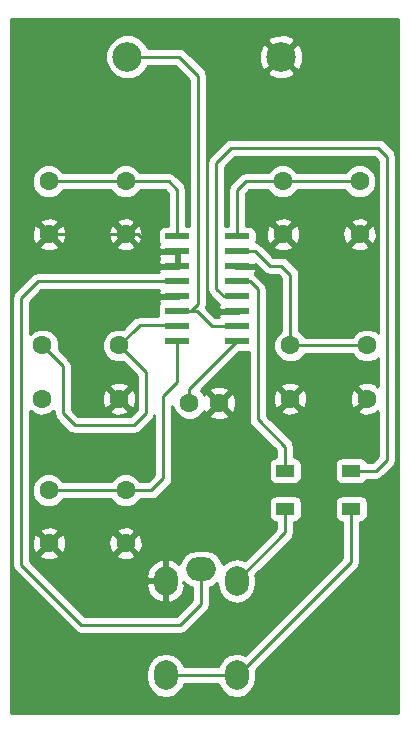
<source format=gtl>
G04 #@! TF.FileFunction,Copper,L1,Top,Signal*
%FSLAX46Y46*%
G04 Gerber Fmt 4.6, Leading zero omitted, Abs format (unit mm)*
G04 Created by KiCad (PCBNEW 4.0.1-stable) date 2016/10/28 19:13:38*
%MOMM*%
G01*
G04 APERTURE LIST*
%ADD10C,0.100000*%
%ADD11C,1.600000*%
%ADD12C,2.500000*%
%ADD13O,2.000000X2.500000*%
%ADD14O,2.500000X2.000000*%
%ADD15R,2.000000X0.500000*%
%ADD16R,1.500000X1.000000*%
%ADD17C,0.250000*%
%ADD18C,0.254000*%
G04 APERTURE END LIST*
D10*
D11*
X134250000Y-100750000D03*
X127750000Y-100750000D03*
X134250000Y-96250000D03*
X127750000Y-96250000D03*
X148750000Y-96250000D03*
X155250000Y-96250000D03*
X148750000Y-100750000D03*
X155250000Y-100750000D03*
D12*
X147960000Y-71800000D03*
X134960000Y-71800000D03*
D13*
X138206000Y-124176000D03*
X144206000Y-124176000D03*
X144206000Y-116176000D03*
X138206000Y-116176000D03*
D14*
X141206000Y-115176000D03*
D15*
X144254000Y-95895000D03*
X144254000Y-94625000D03*
X144254000Y-93355000D03*
X144254000Y-92085000D03*
X144254000Y-90815000D03*
X144254000Y-89545000D03*
X144254000Y-88275000D03*
X144254000Y-87005000D03*
X139174000Y-95895000D03*
X139174000Y-94625000D03*
X139174000Y-93355000D03*
X139174000Y-92085000D03*
X139174000Y-90815000D03*
X139174000Y-89545000D03*
X139174000Y-88275000D03*
X139174000Y-87005000D03*
D16*
X153906000Y-110068000D03*
X153906000Y-106868000D03*
X148318000Y-110068000D03*
X148318000Y-106868000D03*
D11*
X134804000Y-86842000D03*
X128304000Y-86842000D03*
X134804000Y-82342000D03*
X128304000Y-82342000D03*
X134804000Y-113004000D03*
X128304000Y-113004000D03*
X134804000Y-108504000D03*
X128304000Y-108504000D03*
X148116000Y-82342000D03*
X154616000Y-82342000D03*
X148116000Y-86842000D03*
X154616000Y-86842000D03*
X142730000Y-101102000D03*
X140190000Y-101102000D03*
D17*
X134804000Y-86842000D02*
X135842000Y-86842000D01*
X137275000Y-88275000D02*
X139174000Y-88275000D01*
X135842000Y-86842000D02*
X137275000Y-88275000D01*
X128304000Y-86842000D02*
X134804000Y-86842000D01*
X140190000Y-93355000D02*
X140825000Y-93355000D01*
X142095000Y-94625000D02*
X144254000Y-94625000D01*
X140825000Y-93355000D02*
X142095000Y-94625000D01*
X134960000Y-71800000D02*
X139336000Y-71800000D01*
X140317000Y-93355000D02*
X140190000Y-93355000D01*
X140190000Y-93355000D02*
X139174000Y-93355000D01*
X140952000Y-92720000D02*
X140317000Y-93355000D01*
X140952000Y-73416000D02*
X140952000Y-92720000D01*
X139336000Y-71800000D02*
X140952000Y-73416000D01*
X144206000Y-124176000D02*
X144294000Y-124176000D01*
X144294000Y-124176000D02*
X153906000Y-114564000D01*
X153906000Y-114564000D02*
X153906000Y-110068000D01*
X138206000Y-124176000D02*
X144206000Y-124176000D01*
X144254000Y-92085000D02*
X143111000Y-92085000D01*
X156014000Y-106868000D02*
X153906000Y-106868000D01*
X156954000Y-105928000D02*
X156014000Y-106868000D01*
X156954000Y-80274000D02*
X156954000Y-105928000D01*
X156192000Y-79512000D02*
X156954000Y-80274000D01*
X143746000Y-79512000D02*
X156192000Y-79512000D01*
X142476000Y-80782000D02*
X143746000Y-79512000D01*
X142476000Y-91450000D02*
X142476000Y-80782000D01*
X143111000Y-92085000D02*
X142476000Y-91450000D01*
X148318000Y-110068000D02*
X148318000Y-112064000D01*
X148318000Y-112064000D02*
X144206000Y-116176000D01*
X148318000Y-106868000D02*
X148318000Y-104818000D01*
X145315000Y-90815000D02*
X144254000Y-90815000D01*
X146000000Y-91500000D02*
X145315000Y-90815000D01*
X146000000Y-102500000D02*
X146000000Y-91500000D01*
X148318000Y-104818000D02*
X146000000Y-102500000D01*
X134804000Y-82342000D02*
X128304000Y-82342000D01*
X139174000Y-87005000D02*
X139174000Y-83068000D01*
X138448000Y-82342000D02*
X134804000Y-82342000D01*
X139174000Y-83068000D02*
X138448000Y-82342000D01*
X127750000Y-96250000D02*
X129000000Y-97500000D01*
X136500000Y-98500000D02*
X134250000Y-96250000D01*
X136500000Y-102000000D02*
X136500000Y-98500000D01*
X135500000Y-103000000D02*
X136500000Y-102000000D01*
X130500000Y-103000000D02*
X135500000Y-103000000D01*
X129500000Y-102000000D02*
X130500000Y-103000000D01*
X129500000Y-98000000D02*
X129500000Y-102000000D01*
X129000000Y-97500000D02*
X129500000Y-98000000D01*
X134250000Y-96250000D02*
X135500000Y-95000000D01*
X135500000Y-95000000D02*
X136000000Y-94500000D01*
X136000000Y-94500000D02*
X139049000Y-94500000D01*
X139049000Y-94500000D02*
X139174000Y-94625000D01*
X139174000Y-95895000D02*
X139174000Y-99326000D01*
X136996000Y-108504000D02*
X134804000Y-108504000D01*
X138000000Y-107500000D02*
X136996000Y-108504000D01*
X138000000Y-100500000D02*
X138000000Y-107500000D01*
X139174000Y-99326000D02*
X138000000Y-100500000D01*
X128304000Y-108504000D02*
X134804000Y-108504000D01*
X144254000Y-87005000D02*
X144254000Y-83068000D01*
X144980000Y-82342000D02*
X148116000Y-82342000D01*
X144254000Y-83068000D02*
X144980000Y-82342000D01*
X148116000Y-82342000D02*
X154616000Y-82342000D01*
X148750000Y-96250000D02*
X155250000Y-96250000D01*
X144254000Y-88275000D02*
X145775000Y-88275000D01*
X148750000Y-90250000D02*
X148750000Y-96250000D01*
X148000000Y-89500000D02*
X148750000Y-90250000D01*
X147000000Y-89500000D02*
X148000000Y-89500000D01*
X145775000Y-88275000D02*
X147000000Y-89500000D01*
X139174000Y-90815000D02*
X127363000Y-90815000D01*
X141206000Y-118120000D02*
X141206000Y-115176000D01*
X139428000Y-119898000D02*
X141206000Y-118120000D01*
X131046000Y-119898000D02*
X139428000Y-119898000D01*
X125966000Y-114818000D02*
X131046000Y-119898000D01*
X125966000Y-92212000D02*
X125966000Y-114818000D01*
X127363000Y-90815000D02*
X125966000Y-92212000D01*
X140190000Y-101102000D02*
X140190000Y-99959000D01*
X140190000Y-99959000D02*
X144254000Y-95895000D01*
D18*
G36*
X157873000Y-127373000D02*
X125127000Y-127373000D01*
X125127000Y-123889071D01*
X136571000Y-123889071D01*
X136571000Y-124462929D01*
X136695457Y-125088616D01*
X137049880Y-125619049D01*
X137580313Y-125973472D01*
X138206000Y-126097929D01*
X138831687Y-125973472D01*
X139362120Y-125619049D01*
X139716543Y-125088616D01*
X139746900Y-124936000D01*
X142665100Y-124936000D01*
X142695457Y-125088616D01*
X143049880Y-125619049D01*
X143580313Y-125973472D01*
X144206000Y-126097929D01*
X144831687Y-125973472D01*
X145362120Y-125619049D01*
X145716543Y-125088616D01*
X145841000Y-124462929D01*
X145841000Y-123889071D01*
X145810262Y-123734540D01*
X154443401Y-115101401D01*
X154608148Y-114854839D01*
X154666000Y-114564000D01*
X154666000Y-111213558D01*
X154891317Y-111171162D01*
X155107441Y-111032090D01*
X155252431Y-110819890D01*
X155303440Y-110568000D01*
X155303440Y-109568000D01*
X155259162Y-109332683D01*
X155120090Y-109116559D01*
X154907890Y-108971569D01*
X154656000Y-108920560D01*
X153156000Y-108920560D01*
X152920683Y-108964838D01*
X152704559Y-109103910D01*
X152559569Y-109316110D01*
X152508560Y-109568000D01*
X152508560Y-110568000D01*
X152552838Y-110803317D01*
X152691910Y-111019441D01*
X152904110Y-111164431D01*
X153146000Y-111213415D01*
X153146000Y-114249198D01*
X144942576Y-122452622D01*
X144831687Y-122378528D01*
X144206000Y-122254071D01*
X143580313Y-122378528D01*
X143049880Y-122732951D01*
X142695457Y-123263384D01*
X142665100Y-123416000D01*
X139746900Y-123416000D01*
X139716543Y-123263384D01*
X139362120Y-122732951D01*
X138831687Y-122378528D01*
X138206000Y-122254071D01*
X137580313Y-122378528D01*
X137049880Y-122732951D01*
X136695457Y-123263384D01*
X136571000Y-123889071D01*
X125127000Y-123889071D01*
X125127000Y-92212000D01*
X125206000Y-92212000D01*
X125206000Y-114818000D01*
X125263852Y-115108839D01*
X125428599Y-115355401D01*
X130508599Y-120435401D01*
X130755161Y-120600148D01*
X131046000Y-120658000D01*
X139428000Y-120658000D01*
X139718839Y-120600148D01*
X139965401Y-120435401D01*
X141743401Y-118657401D01*
X141908148Y-118410839D01*
X141966000Y-118120000D01*
X141966000Y-116716900D01*
X142118616Y-116686543D01*
X142571000Y-116384271D01*
X142571000Y-116462929D01*
X142695457Y-117088616D01*
X143049880Y-117619049D01*
X143580313Y-117973472D01*
X144206000Y-118097929D01*
X144831687Y-117973472D01*
X145362120Y-117619049D01*
X145716543Y-117088616D01*
X145841000Y-116462929D01*
X145841000Y-115889071D01*
X145795662Y-115661140D01*
X148855401Y-112601401D01*
X149020148Y-112354840D01*
X149078000Y-112064000D01*
X149078000Y-111213558D01*
X149303317Y-111171162D01*
X149519441Y-111032090D01*
X149664431Y-110819890D01*
X149715440Y-110568000D01*
X149715440Y-109568000D01*
X149671162Y-109332683D01*
X149532090Y-109116559D01*
X149319890Y-108971569D01*
X149068000Y-108920560D01*
X147568000Y-108920560D01*
X147332683Y-108964838D01*
X147116559Y-109103910D01*
X146971569Y-109316110D01*
X146920560Y-109568000D01*
X146920560Y-110568000D01*
X146964838Y-110803317D01*
X147103910Y-111019441D01*
X147316110Y-111164431D01*
X147558000Y-111213415D01*
X147558000Y-111749198D01*
X144889824Y-114417374D01*
X144831687Y-114378528D01*
X144206000Y-114254071D01*
X143580313Y-114378528D01*
X143049880Y-114732951D01*
X143042113Y-114744575D01*
X143003472Y-114550313D01*
X142649049Y-114019880D01*
X142118616Y-113665457D01*
X141492929Y-113541000D01*
X140919071Y-113541000D01*
X140293384Y-113665457D01*
X139762951Y-114019880D01*
X139408528Y-114550313D01*
X139361342Y-114787533D01*
X139269337Y-114671702D01*
X138708396Y-114360258D01*
X138586434Y-114335876D01*
X138333000Y-114455223D01*
X138333000Y-116049000D01*
X138353000Y-116049000D01*
X138353000Y-116303000D01*
X138333000Y-116303000D01*
X138333000Y-117896777D01*
X138586434Y-118016124D01*
X138708396Y-117991742D01*
X139269337Y-117680298D01*
X139668394Y-117177899D01*
X139844815Y-116561030D01*
X139687013Y-116303002D01*
X139743495Y-116303002D01*
X139762951Y-116332120D01*
X140293384Y-116686543D01*
X140446000Y-116716900D01*
X140446000Y-117805198D01*
X139113198Y-119138000D01*
X131360802Y-119138000D01*
X128783832Y-116561030D01*
X136567185Y-116561030D01*
X136743606Y-117177899D01*
X137142663Y-117680298D01*
X137703604Y-117991742D01*
X137825566Y-118016124D01*
X138079000Y-117896777D01*
X138079000Y-116303000D01*
X136724988Y-116303000D01*
X136567185Y-116561030D01*
X128783832Y-116561030D01*
X128013772Y-115790970D01*
X136567185Y-115790970D01*
X136724988Y-116049000D01*
X138079000Y-116049000D01*
X138079000Y-114455223D01*
X137825566Y-114335876D01*
X137703604Y-114360258D01*
X137142663Y-114671702D01*
X136743606Y-115174101D01*
X136567185Y-115790970D01*
X128013772Y-115790970D01*
X126726000Y-114503198D01*
X126726000Y-114011745D01*
X127475861Y-114011745D01*
X127549995Y-114257864D01*
X128087223Y-114450965D01*
X128657454Y-114423778D01*
X129058005Y-114257864D01*
X129132139Y-114011745D01*
X133975861Y-114011745D01*
X134049995Y-114257864D01*
X134587223Y-114450965D01*
X135157454Y-114423778D01*
X135558005Y-114257864D01*
X135632139Y-114011745D01*
X134804000Y-113183605D01*
X133975861Y-114011745D01*
X129132139Y-114011745D01*
X128304000Y-113183605D01*
X127475861Y-114011745D01*
X126726000Y-114011745D01*
X126726000Y-112787223D01*
X126857035Y-112787223D01*
X126884222Y-113357454D01*
X127050136Y-113758005D01*
X127296255Y-113832139D01*
X128124395Y-113004000D01*
X128483605Y-113004000D01*
X129311745Y-113832139D01*
X129557864Y-113758005D01*
X129750965Y-113220777D01*
X129730295Y-112787223D01*
X133357035Y-112787223D01*
X133384222Y-113357454D01*
X133550136Y-113758005D01*
X133796255Y-113832139D01*
X134624395Y-113004000D01*
X134983605Y-113004000D01*
X135811745Y-113832139D01*
X136057864Y-113758005D01*
X136250965Y-113220777D01*
X136223778Y-112650546D01*
X136057864Y-112249995D01*
X135811745Y-112175861D01*
X134983605Y-113004000D01*
X134624395Y-113004000D01*
X133796255Y-112175861D01*
X133550136Y-112249995D01*
X133357035Y-112787223D01*
X129730295Y-112787223D01*
X129723778Y-112650546D01*
X129557864Y-112249995D01*
X129311745Y-112175861D01*
X128483605Y-113004000D01*
X128124395Y-113004000D01*
X127296255Y-112175861D01*
X127050136Y-112249995D01*
X126857035Y-112787223D01*
X126726000Y-112787223D01*
X126726000Y-111996255D01*
X127475861Y-111996255D01*
X128304000Y-112824395D01*
X129132139Y-111996255D01*
X133975861Y-111996255D01*
X134804000Y-112824395D01*
X135632139Y-111996255D01*
X135558005Y-111750136D01*
X135020777Y-111557035D01*
X134450546Y-111584222D01*
X134049995Y-111750136D01*
X133975861Y-111996255D01*
X129132139Y-111996255D01*
X129058005Y-111750136D01*
X128520777Y-111557035D01*
X127950546Y-111584222D01*
X127549995Y-111750136D01*
X127475861Y-111996255D01*
X126726000Y-111996255D01*
X126726000Y-101791636D01*
X126806986Y-101872622D01*
X126921861Y-101757747D01*
X126995995Y-102003864D01*
X127533223Y-102196965D01*
X128103454Y-102169778D01*
X128504005Y-102003864D01*
X128578139Y-101757747D01*
X128693014Y-101872622D01*
X128740000Y-101825636D01*
X128740000Y-102000000D01*
X128797852Y-102290839D01*
X128962599Y-102537401D01*
X129962599Y-103537401D01*
X130209161Y-103702148D01*
X130500000Y-103760000D01*
X135500000Y-103760000D01*
X135790839Y-103702148D01*
X136037401Y-103537401D01*
X137037401Y-102537401D01*
X137202148Y-102290839D01*
X137240000Y-102100546D01*
X137240000Y-107185198D01*
X136681198Y-107744000D01*
X136042646Y-107744000D01*
X136021243Y-107692200D01*
X135617923Y-107288176D01*
X135090691Y-107069250D01*
X134519813Y-107068752D01*
X133992200Y-107286757D01*
X133588176Y-107690077D01*
X133565785Y-107744000D01*
X129542646Y-107744000D01*
X129521243Y-107692200D01*
X129117923Y-107288176D01*
X128590691Y-107069250D01*
X128019813Y-107068752D01*
X127492200Y-107286757D01*
X127088176Y-107690077D01*
X126869250Y-108217309D01*
X126868752Y-108788187D01*
X127086757Y-109315800D01*
X127490077Y-109719824D01*
X128017309Y-109938750D01*
X128588187Y-109939248D01*
X129115800Y-109721243D01*
X129519824Y-109317923D01*
X129542215Y-109264000D01*
X133565354Y-109264000D01*
X133586757Y-109315800D01*
X133990077Y-109719824D01*
X134517309Y-109938750D01*
X135088187Y-109939248D01*
X135615800Y-109721243D01*
X136019824Y-109317923D01*
X136042215Y-109264000D01*
X136996000Y-109264000D01*
X137286839Y-109206148D01*
X137533401Y-109041401D01*
X138537401Y-108037401D01*
X138702148Y-107790840D01*
X138711746Y-107742586D01*
X138760000Y-107500000D01*
X138760000Y-101398888D01*
X138972757Y-101913800D01*
X139376077Y-102317824D01*
X139903309Y-102536750D01*
X140474187Y-102537248D01*
X141001800Y-102319243D01*
X141211663Y-102109745D01*
X141901861Y-102109745D01*
X141975995Y-102355864D01*
X142513223Y-102548965D01*
X143083454Y-102521778D01*
X143484005Y-102355864D01*
X143558139Y-102109745D01*
X142730000Y-101281605D01*
X141901861Y-102109745D01*
X141211663Y-102109745D01*
X141405824Y-101915923D01*
X141453448Y-101801232D01*
X141476136Y-101856005D01*
X141722255Y-101930139D01*
X142550395Y-101102000D01*
X142909605Y-101102000D01*
X143737745Y-101930139D01*
X143983864Y-101856005D01*
X144176965Y-101318777D01*
X144149778Y-100748546D01*
X143983864Y-100347995D01*
X143737745Y-100273861D01*
X142909605Y-101102000D01*
X142550395Y-101102000D01*
X141722255Y-100273861D01*
X141476136Y-100347995D01*
X141455195Y-100406254D01*
X141407243Y-100290200D01*
X141211640Y-100094255D01*
X141901861Y-100094255D01*
X142730000Y-100922395D01*
X143558139Y-100094255D01*
X143484005Y-99848136D01*
X142946777Y-99655035D01*
X142376546Y-99682222D01*
X141975995Y-99848136D01*
X141901861Y-100094255D01*
X141211640Y-100094255D01*
X141170629Y-100053173D01*
X144431362Y-96792440D01*
X145240000Y-96792440D01*
X145240000Y-102500000D01*
X145297852Y-102790839D01*
X145462599Y-103037401D01*
X147558000Y-105132802D01*
X147558000Y-105722442D01*
X147332683Y-105764838D01*
X147116559Y-105903910D01*
X146971569Y-106116110D01*
X146920560Y-106368000D01*
X146920560Y-107368000D01*
X146964838Y-107603317D01*
X147103910Y-107819441D01*
X147316110Y-107964431D01*
X147568000Y-108015440D01*
X149068000Y-108015440D01*
X149303317Y-107971162D01*
X149519441Y-107832090D01*
X149664431Y-107619890D01*
X149715440Y-107368000D01*
X149715440Y-106368000D01*
X149671162Y-106132683D01*
X149532090Y-105916559D01*
X149319890Y-105771569D01*
X149078000Y-105722585D01*
X149078000Y-104818000D01*
X149020148Y-104527161D01*
X148855401Y-104280599D01*
X146760000Y-102185198D01*
X146760000Y-101757745D01*
X147921861Y-101757745D01*
X147995995Y-102003864D01*
X148533223Y-102196965D01*
X149103454Y-102169778D01*
X149504005Y-102003864D01*
X149578139Y-101757745D01*
X148750000Y-100929605D01*
X147921861Y-101757745D01*
X146760000Y-101757745D01*
X146760000Y-100533223D01*
X147303035Y-100533223D01*
X147330222Y-101103454D01*
X147496136Y-101504005D01*
X147742255Y-101578139D01*
X148570395Y-100750000D01*
X148929605Y-100750000D01*
X149757745Y-101578139D01*
X150003864Y-101504005D01*
X150196965Y-100966777D01*
X150176295Y-100533223D01*
X153803035Y-100533223D01*
X153830222Y-101103454D01*
X153996136Y-101504005D01*
X154242255Y-101578139D01*
X155070395Y-100750000D01*
X154242255Y-99921861D01*
X153996136Y-99995995D01*
X153803035Y-100533223D01*
X150176295Y-100533223D01*
X150169778Y-100396546D01*
X150003864Y-99995995D01*
X149757745Y-99921861D01*
X148929605Y-100750000D01*
X148570395Y-100750000D01*
X147742255Y-99921861D01*
X147496136Y-99995995D01*
X147303035Y-100533223D01*
X146760000Y-100533223D01*
X146760000Y-99742255D01*
X147921861Y-99742255D01*
X148750000Y-100570395D01*
X149578139Y-99742255D01*
X149504005Y-99496136D01*
X148966777Y-99303035D01*
X148396546Y-99330222D01*
X147995995Y-99496136D01*
X147921861Y-99742255D01*
X146760000Y-99742255D01*
X146760000Y-91500000D01*
X146731903Y-91358750D01*
X146702148Y-91209160D01*
X146537401Y-90962599D01*
X145852401Y-90277599D01*
X145801959Y-90243895D01*
X145763264Y-90183762D01*
X145792327Y-90154699D01*
X145889000Y-89921310D01*
X145889000Y-89828750D01*
X145730250Y-89670000D01*
X144381000Y-89670000D01*
X144381000Y-89692000D01*
X144127000Y-89692000D01*
X144127000Y-89670000D01*
X144107000Y-89670000D01*
X144107000Y-89420000D01*
X144127000Y-89420000D01*
X144127000Y-89398000D01*
X144381000Y-89398000D01*
X144381000Y-89420000D01*
X145730250Y-89420000D01*
X145787724Y-89362526D01*
X146462599Y-90037401D01*
X146709161Y-90202148D01*
X147000000Y-90260000D01*
X147685198Y-90260000D01*
X147990000Y-90564802D01*
X147990000Y-95011354D01*
X147938200Y-95032757D01*
X147534176Y-95436077D01*
X147315250Y-95963309D01*
X147314752Y-96534187D01*
X147532757Y-97061800D01*
X147936077Y-97465824D01*
X148463309Y-97684750D01*
X149034187Y-97685248D01*
X149561800Y-97467243D01*
X149965824Y-97063923D01*
X149988215Y-97010000D01*
X154011354Y-97010000D01*
X154032757Y-97061800D01*
X154436077Y-97465824D01*
X154963309Y-97684750D01*
X155534187Y-97685248D01*
X156061800Y-97467243D01*
X156194000Y-97335273D01*
X156194000Y-99628364D01*
X156193014Y-99627378D01*
X156078139Y-99742253D01*
X156004005Y-99496136D01*
X155466777Y-99303035D01*
X154896546Y-99330222D01*
X154495995Y-99496136D01*
X154421861Y-99742255D01*
X155250000Y-100570395D01*
X155264142Y-100556252D01*
X155443748Y-100735858D01*
X155429605Y-100750000D01*
X155443748Y-100764142D01*
X155264142Y-100943748D01*
X155250000Y-100929605D01*
X154421861Y-101757745D01*
X154495995Y-102003864D01*
X155033223Y-102196965D01*
X155603454Y-102169778D01*
X156004005Y-102003864D01*
X156078139Y-101757747D01*
X156193014Y-101872622D01*
X156194000Y-101871636D01*
X156194000Y-105613198D01*
X155699198Y-106108000D01*
X155243279Y-106108000D01*
X155120090Y-105916559D01*
X154907890Y-105771569D01*
X154656000Y-105720560D01*
X153156000Y-105720560D01*
X152920683Y-105764838D01*
X152704559Y-105903910D01*
X152559569Y-106116110D01*
X152508560Y-106368000D01*
X152508560Y-107368000D01*
X152552838Y-107603317D01*
X152691910Y-107819441D01*
X152904110Y-107964431D01*
X153156000Y-108015440D01*
X154656000Y-108015440D01*
X154891317Y-107971162D01*
X155107441Y-107832090D01*
X155246890Y-107628000D01*
X156014000Y-107628000D01*
X156304839Y-107570148D01*
X156551401Y-107405401D01*
X157491401Y-106465401D01*
X157656148Y-106218839D01*
X157714000Y-105928000D01*
X157714000Y-80274000D01*
X157656148Y-79983161D01*
X157491401Y-79736599D01*
X156729401Y-78974599D01*
X156482839Y-78809852D01*
X156192000Y-78752000D01*
X143746000Y-78752000D01*
X143455160Y-78809852D01*
X143208599Y-78974599D01*
X141938599Y-80244599D01*
X141773852Y-80491161D01*
X141716000Y-80782000D01*
X141716000Y-91450000D01*
X141773852Y-91740839D01*
X141938599Y-91987401D01*
X142573599Y-92622401D01*
X142732440Y-92728535D01*
X142715673Y-92745301D01*
X142619000Y-92978690D01*
X142619000Y-93071250D01*
X142777750Y-93230000D01*
X144127000Y-93230000D01*
X144127000Y-93208000D01*
X144381000Y-93208000D01*
X144381000Y-93230000D01*
X144401000Y-93230000D01*
X144401000Y-93480000D01*
X144381000Y-93480000D01*
X144381000Y-93502000D01*
X144127000Y-93502000D01*
X144127000Y-93480000D01*
X142777750Y-93480000D01*
X142619000Y-93638750D01*
X142619000Y-93731310D01*
X142674376Y-93865000D01*
X142409802Y-93865000D01*
X141614692Y-93069890D01*
X141654148Y-93010839D01*
X141712000Y-92720000D01*
X141712000Y-73416000D01*
X141655771Y-73133320D01*
X146806285Y-73133320D01*
X146935533Y-73426123D01*
X147635806Y-73694388D01*
X148385435Y-73674250D01*
X148984467Y-73426123D01*
X149113715Y-73133320D01*
X147960000Y-71979605D01*
X146806285Y-73133320D01*
X141655771Y-73133320D01*
X141654148Y-73125161D01*
X141489401Y-72878599D01*
X140086608Y-71475806D01*
X146065612Y-71475806D01*
X146085750Y-72225435D01*
X146333877Y-72824467D01*
X146626680Y-72953715D01*
X147780395Y-71800000D01*
X148139605Y-71800000D01*
X149293320Y-72953715D01*
X149586123Y-72824467D01*
X149854388Y-72124194D01*
X149834250Y-71374565D01*
X149586123Y-70775533D01*
X149293320Y-70646285D01*
X148139605Y-71800000D01*
X147780395Y-71800000D01*
X146626680Y-70646285D01*
X146333877Y-70775533D01*
X146065612Y-71475806D01*
X140086608Y-71475806D01*
X139873401Y-71262599D01*
X139626839Y-71097852D01*
X139336000Y-71040000D01*
X136685547Y-71040000D01*
X136558957Y-70733628D01*
X136292475Y-70466680D01*
X146806285Y-70466680D01*
X147960000Y-71620395D01*
X149113715Y-70466680D01*
X148984467Y-70173877D01*
X148284194Y-69905612D01*
X147534565Y-69925750D01*
X146935533Y-70173877D01*
X146806285Y-70466680D01*
X136292475Y-70466680D01*
X136029161Y-70202907D01*
X135336595Y-69915328D01*
X134586695Y-69914674D01*
X133893628Y-70201043D01*
X133362907Y-70730839D01*
X133075328Y-71423405D01*
X133074674Y-72173305D01*
X133361043Y-72866372D01*
X133890839Y-73397093D01*
X134583405Y-73684672D01*
X135333305Y-73685326D01*
X136026372Y-73398957D01*
X136557093Y-72869161D01*
X136685468Y-72560000D01*
X139021198Y-72560000D01*
X140192000Y-73730802D01*
X140192000Y-86111205D01*
X140174000Y-86107560D01*
X139934000Y-86107560D01*
X139934000Y-83068000D01*
X139876148Y-82777161D01*
X139711401Y-82530599D01*
X138985401Y-81804599D01*
X138738839Y-81639852D01*
X138448000Y-81582000D01*
X136042646Y-81582000D01*
X136021243Y-81530200D01*
X135617923Y-81126176D01*
X135090691Y-80907250D01*
X134519813Y-80906752D01*
X133992200Y-81124757D01*
X133588176Y-81528077D01*
X133565785Y-81582000D01*
X129542646Y-81582000D01*
X129521243Y-81530200D01*
X129117923Y-81126176D01*
X128590691Y-80907250D01*
X128019813Y-80906752D01*
X127492200Y-81124757D01*
X127088176Y-81528077D01*
X126869250Y-82055309D01*
X126868752Y-82626187D01*
X127086757Y-83153800D01*
X127490077Y-83557824D01*
X128017309Y-83776750D01*
X128588187Y-83777248D01*
X129115800Y-83559243D01*
X129519824Y-83155923D01*
X129542215Y-83102000D01*
X133565354Y-83102000D01*
X133586757Y-83153800D01*
X133990077Y-83557824D01*
X134517309Y-83776750D01*
X135088187Y-83777248D01*
X135615800Y-83559243D01*
X136019824Y-83155923D01*
X136042215Y-83102000D01*
X138133198Y-83102000D01*
X138414000Y-83382802D01*
X138414000Y-86107560D01*
X138174000Y-86107560D01*
X137938683Y-86151838D01*
X137722559Y-86290910D01*
X137577569Y-86503110D01*
X137526560Y-86755000D01*
X137526560Y-87255000D01*
X137570838Y-87490317D01*
X137664736Y-87636238D01*
X137635673Y-87665301D01*
X137539000Y-87898690D01*
X137539000Y-87991250D01*
X137697750Y-88150000D01*
X139047000Y-88150000D01*
X139047000Y-88128000D01*
X139301000Y-88128000D01*
X139301000Y-88150000D01*
X139321000Y-88150000D01*
X139321000Y-88400000D01*
X139301000Y-88400000D01*
X139301000Y-89420000D01*
X139321000Y-89420000D01*
X139321000Y-89670000D01*
X139301000Y-89670000D01*
X139301000Y-89692000D01*
X139047000Y-89692000D01*
X139047000Y-89670000D01*
X137697750Y-89670000D01*
X137539000Y-89828750D01*
X137539000Y-89921310D01*
X137594376Y-90055000D01*
X127363000Y-90055000D01*
X127072160Y-90112852D01*
X126825599Y-90277599D01*
X125428599Y-91674599D01*
X125263852Y-91921161D01*
X125206000Y-92212000D01*
X125127000Y-92212000D01*
X125127000Y-88558750D01*
X137539000Y-88558750D01*
X137539000Y-88651310D01*
X137635673Y-88884699D01*
X137660974Y-88910000D01*
X137635673Y-88935301D01*
X137539000Y-89168690D01*
X137539000Y-89261250D01*
X137697750Y-89420000D01*
X139047000Y-89420000D01*
X139047000Y-88400000D01*
X137697750Y-88400000D01*
X137539000Y-88558750D01*
X125127000Y-88558750D01*
X125127000Y-87849745D01*
X127475861Y-87849745D01*
X127549995Y-88095864D01*
X128087223Y-88288965D01*
X128657454Y-88261778D01*
X129058005Y-88095864D01*
X129132139Y-87849745D01*
X133975861Y-87849745D01*
X134049995Y-88095864D01*
X134587223Y-88288965D01*
X135157454Y-88261778D01*
X135558005Y-88095864D01*
X135632139Y-87849745D01*
X134804000Y-87021605D01*
X133975861Y-87849745D01*
X129132139Y-87849745D01*
X128304000Y-87021605D01*
X127475861Y-87849745D01*
X125127000Y-87849745D01*
X125127000Y-86625223D01*
X126857035Y-86625223D01*
X126884222Y-87195454D01*
X127050136Y-87596005D01*
X127296255Y-87670139D01*
X128124395Y-86842000D01*
X128483605Y-86842000D01*
X129311745Y-87670139D01*
X129557864Y-87596005D01*
X129750965Y-87058777D01*
X129730295Y-86625223D01*
X133357035Y-86625223D01*
X133384222Y-87195454D01*
X133550136Y-87596005D01*
X133796255Y-87670139D01*
X134624395Y-86842000D01*
X134983605Y-86842000D01*
X135811745Y-87670139D01*
X136057864Y-87596005D01*
X136250965Y-87058777D01*
X136223778Y-86488546D01*
X136057864Y-86087995D01*
X135811745Y-86013861D01*
X134983605Y-86842000D01*
X134624395Y-86842000D01*
X133796255Y-86013861D01*
X133550136Y-86087995D01*
X133357035Y-86625223D01*
X129730295Y-86625223D01*
X129723778Y-86488546D01*
X129557864Y-86087995D01*
X129311745Y-86013861D01*
X128483605Y-86842000D01*
X128124395Y-86842000D01*
X127296255Y-86013861D01*
X127050136Y-86087995D01*
X126857035Y-86625223D01*
X125127000Y-86625223D01*
X125127000Y-85834255D01*
X127475861Y-85834255D01*
X128304000Y-86662395D01*
X129132139Y-85834255D01*
X133975861Y-85834255D01*
X134804000Y-86662395D01*
X135632139Y-85834255D01*
X135558005Y-85588136D01*
X135020777Y-85395035D01*
X134450546Y-85422222D01*
X134049995Y-85588136D01*
X133975861Y-85834255D01*
X129132139Y-85834255D01*
X129058005Y-85588136D01*
X128520777Y-85395035D01*
X127950546Y-85422222D01*
X127549995Y-85588136D01*
X127475861Y-85834255D01*
X125127000Y-85834255D01*
X125127000Y-68627000D01*
X157873000Y-68627000D01*
X157873000Y-127373000D01*
X157873000Y-127373000D01*
G37*
X157873000Y-127373000D02*
X125127000Y-127373000D01*
X125127000Y-123889071D01*
X136571000Y-123889071D01*
X136571000Y-124462929D01*
X136695457Y-125088616D01*
X137049880Y-125619049D01*
X137580313Y-125973472D01*
X138206000Y-126097929D01*
X138831687Y-125973472D01*
X139362120Y-125619049D01*
X139716543Y-125088616D01*
X139746900Y-124936000D01*
X142665100Y-124936000D01*
X142695457Y-125088616D01*
X143049880Y-125619049D01*
X143580313Y-125973472D01*
X144206000Y-126097929D01*
X144831687Y-125973472D01*
X145362120Y-125619049D01*
X145716543Y-125088616D01*
X145841000Y-124462929D01*
X145841000Y-123889071D01*
X145810262Y-123734540D01*
X154443401Y-115101401D01*
X154608148Y-114854839D01*
X154666000Y-114564000D01*
X154666000Y-111213558D01*
X154891317Y-111171162D01*
X155107441Y-111032090D01*
X155252431Y-110819890D01*
X155303440Y-110568000D01*
X155303440Y-109568000D01*
X155259162Y-109332683D01*
X155120090Y-109116559D01*
X154907890Y-108971569D01*
X154656000Y-108920560D01*
X153156000Y-108920560D01*
X152920683Y-108964838D01*
X152704559Y-109103910D01*
X152559569Y-109316110D01*
X152508560Y-109568000D01*
X152508560Y-110568000D01*
X152552838Y-110803317D01*
X152691910Y-111019441D01*
X152904110Y-111164431D01*
X153146000Y-111213415D01*
X153146000Y-114249198D01*
X144942576Y-122452622D01*
X144831687Y-122378528D01*
X144206000Y-122254071D01*
X143580313Y-122378528D01*
X143049880Y-122732951D01*
X142695457Y-123263384D01*
X142665100Y-123416000D01*
X139746900Y-123416000D01*
X139716543Y-123263384D01*
X139362120Y-122732951D01*
X138831687Y-122378528D01*
X138206000Y-122254071D01*
X137580313Y-122378528D01*
X137049880Y-122732951D01*
X136695457Y-123263384D01*
X136571000Y-123889071D01*
X125127000Y-123889071D01*
X125127000Y-92212000D01*
X125206000Y-92212000D01*
X125206000Y-114818000D01*
X125263852Y-115108839D01*
X125428599Y-115355401D01*
X130508599Y-120435401D01*
X130755161Y-120600148D01*
X131046000Y-120658000D01*
X139428000Y-120658000D01*
X139718839Y-120600148D01*
X139965401Y-120435401D01*
X141743401Y-118657401D01*
X141908148Y-118410839D01*
X141966000Y-118120000D01*
X141966000Y-116716900D01*
X142118616Y-116686543D01*
X142571000Y-116384271D01*
X142571000Y-116462929D01*
X142695457Y-117088616D01*
X143049880Y-117619049D01*
X143580313Y-117973472D01*
X144206000Y-118097929D01*
X144831687Y-117973472D01*
X145362120Y-117619049D01*
X145716543Y-117088616D01*
X145841000Y-116462929D01*
X145841000Y-115889071D01*
X145795662Y-115661140D01*
X148855401Y-112601401D01*
X149020148Y-112354840D01*
X149078000Y-112064000D01*
X149078000Y-111213558D01*
X149303317Y-111171162D01*
X149519441Y-111032090D01*
X149664431Y-110819890D01*
X149715440Y-110568000D01*
X149715440Y-109568000D01*
X149671162Y-109332683D01*
X149532090Y-109116559D01*
X149319890Y-108971569D01*
X149068000Y-108920560D01*
X147568000Y-108920560D01*
X147332683Y-108964838D01*
X147116559Y-109103910D01*
X146971569Y-109316110D01*
X146920560Y-109568000D01*
X146920560Y-110568000D01*
X146964838Y-110803317D01*
X147103910Y-111019441D01*
X147316110Y-111164431D01*
X147558000Y-111213415D01*
X147558000Y-111749198D01*
X144889824Y-114417374D01*
X144831687Y-114378528D01*
X144206000Y-114254071D01*
X143580313Y-114378528D01*
X143049880Y-114732951D01*
X143042113Y-114744575D01*
X143003472Y-114550313D01*
X142649049Y-114019880D01*
X142118616Y-113665457D01*
X141492929Y-113541000D01*
X140919071Y-113541000D01*
X140293384Y-113665457D01*
X139762951Y-114019880D01*
X139408528Y-114550313D01*
X139361342Y-114787533D01*
X139269337Y-114671702D01*
X138708396Y-114360258D01*
X138586434Y-114335876D01*
X138333000Y-114455223D01*
X138333000Y-116049000D01*
X138353000Y-116049000D01*
X138353000Y-116303000D01*
X138333000Y-116303000D01*
X138333000Y-117896777D01*
X138586434Y-118016124D01*
X138708396Y-117991742D01*
X139269337Y-117680298D01*
X139668394Y-117177899D01*
X139844815Y-116561030D01*
X139687013Y-116303002D01*
X139743495Y-116303002D01*
X139762951Y-116332120D01*
X140293384Y-116686543D01*
X140446000Y-116716900D01*
X140446000Y-117805198D01*
X139113198Y-119138000D01*
X131360802Y-119138000D01*
X128783832Y-116561030D01*
X136567185Y-116561030D01*
X136743606Y-117177899D01*
X137142663Y-117680298D01*
X137703604Y-117991742D01*
X137825566Y-118016124D01*
X138079000Y-117896777D01*
X138079000Y-116303000D01*
X136724988Y-116303000D01*
X136567185Y-116561030D01*
X128783832Y-116561030D01*
X128013772Y-115790970D01*
X136567185Y-115790970D01*
X136724988Y-116049000D01*
X138079000Y-116049000D01*
X138079000Y-114455223D01*
X137825566Y-114335876D01*
X137703604Y-114360258D01*
X137142663Y-114671702D01*
X136743606Y-115174101D01*
X136567185Y-115790970D01*
X128013772Y-115790970D01*
X126726000Y-114503198D01*
X126726000Y-114011745D01*
X127475861Y-114011745D01*
X127549995Y-114257864D01*
X128087223Y-114450965D01*
X128657454Y-114423778D01*
X129058005Y-114257864D01*
X129132139Y-114011745D01*
X133975861Y-114011745D01*
X134049995Y-114257864D01*
X134587223Y-114450965D01*
X135157454Y-114423778D01*
X135558005Y-114257864D01*
X135632139Y-114011745D01*
X134804000Y-113183605D01*
X133975861Y-114011745D01*
X129132139Y-114011745D01*
X128304000Y-113183605D01*
X127475861Y-114011745D01*
X126726000Y-114011745D01*
X126726000Y-112787223D01*
X126857035Y-112787223D01*
X126884222Y-113357454D01*
X127050136Y-113758005D01*
X127296255Y-113832139D01*
X128124395Y-113004000D01*
X128483605Y-113004000D01*
X129311745Y-113832139D01*
X129557864Y-113758005D01*
X129750965Y-113220777D01*
X129730295Y-112787223D01*
X133357035Y-112787223D01*
X133384222Y-113357454D01*
X133550136Y-113758005D01*
X133796255Y-113832139D01*
X134624395Y-113004000D01*
X134983605Y-113004000D01*
X135811745Y-113832139D01*
X136057864Y-113758005D01*
X136250965Y-113220777D01*
X136223778Y-112650546D01*
X136057864Y-112249995D01*
X135811745Y-112175861D01*
X134983605Y-113004000D01*
X134624395Y-113004000D01*
X133796255Y-112175861D01*
X133550136Y-112249995D01*
X133357035Y-112787223D01*
X129730295Y-112787223D01*
X129723778Y-112650546D01*
X129557864Y-112249995D01*
X129311745Y-112175861D01*
X128483605Y-113004000D01*
X128124395Y-113004000D01*
X127296255Y-112175861D01*
X127050136Y-112249995D01*
X126857035Y-112787223D01*
X126726000Y-112787223D01*
X126726000Y-111996255D01*
X127475861Y-111996255D01*
X128304000Y-112824395D01*
X129132139Y-111996255D01*
X133975861Y-111996255D01*
X134804000Y-112824395D01*
X135632139Y-111996255D01*
X135558005Y-111750136D01*
X135020777Y-111557035D01*
X134450546Y-111584222D01*
X134049995Y-111750136D01*
X133975861Y-111996255D01*
X129132139Y-111996255D01*
X129058005Y-111750136D01*
X128520777Y-111557035D01*
X127950546Y-111584222D01*
X127549995Y-111750136D01*
X127475861Y-111996255D01*
X126726000Y-111996255D01*
X126726000Y-101791636D01*
X126806986Y-101872622D01*
X126921861Y-101757747D01*
X126995995Y-102003864D01*
X127533223Y-102196965D01*
X128103454Y-102169778D01*
X128504005Y-102003864D01*
X128578139Y-101757747D01*
X128693014Y-101872622D01*
X128740000Y-101825636D01*
X128740000Y-102000000D01*
X128797852Y-102290839D01*
X128962599Y-102537401D01*
X129962599Y-103537401D01*
X130209161Y-103702148D01*
X130500000Y-103760000D01*
X135500000Y-103760000D01*
X135790839Y-103702148D01*
X136037401Y-103537401D01*
X137037401Y-102537401D01*
X137202148Y-102290839D01*
X137240000Y-102100546D01*
X137240000Y-107185198D01*
X136681198Y-107744000D01*
X136042646Y-107744000D01*
X136021243Y-107692200D01*
X135617923Y-107288176D01*
X135090691Y-107069250D01*
X134519813Y-107068752D01*
X133992200Y-107286757D01*
X133588176Y-107690077D01*
X133565785Y-107744000D01*
X129542646Y-107744000D01*
X129521243Y-107692200D01*
X129117923Y-107288176D01*
X128590691Y-107069250D01*
X128019813Y-107068752D01*
X127492200Y-107286757D01*
X127088176Y-107690077D01*
X126869250Y-108217309D01*
X126868752Y-108788187D01*
X127086757Y-109315800D01*
X127490077Y-109719824D01*
X128017309Y-109938750D01*
X128588187Y-109939248D01*
X129115800Y-109721243D01*
X129519824Y-109317923D01*
X129542215Y-109264000D01*
X133565354Y-109264000D01*
X133586757Y-109315800D01*
X133990077Y-109719824D01*
X134517309Y-109938750D01*
X135088187Y-109939248D01*
X135615800Y-109721243D01*
X136019824Y-109317923D01*
X136042215Y-109264000D01*
X136996000Y-109264000D01*
X137286839Y-109206148D01*
X137533401Y-109041401D01*
X138537401Y-108037401D01*
X138702148Y-107790840D01*
X138711746Y-107742586D01*
X138760000Y-107500000D01*
X138760000Y-101398888D01*
X138972757Y-101913800D01*
X139376077Y-102317824D01*
X139903309Y-102536750D01*
X140474187Y-102537248D01*
X141001800Y-102319243D01*
X141211663Y-102109745D01*
X141901861Y-102109745D01*
X141975995Y-102355864D01*
X142513223Y-102548965D01*
X143083454Y-102521778D01*
X143484005Y-102355864D01*
X143558139Y-102109745D01*
X142730000Y-101281605D01*
X141901861Y-102109745D01*
X141211663Y-102109745D01*
X141405824Y-101915923D01*
X141453448Y-101801232D01*
X141476136Y-101856005D01*
X141722255Y-101930139D01*
X142550395Y-101102000D01*
X142909605Y-101102000D01*
X143737745Y-101930139D01*
X143983864Y-101856005D01*
X144176965Y-101318777D01*
X144149778Y-100748546D01*
X143983864Y-100347995D01*
X143737745Y-100273861D01*
X142909605Y-101102000D01*
X142550395Y-101102000D01*
X141722255Y-100273861D01*
X141476136Y-100347995D01*
X141455195Y-100406254D01*
X141407243Y-100290200D01*
X141211640Y-100094255D01*
X141901861Y-100094255D01*
X142730000Y-100922395D01*
X143558139Y-100094255D01*
X143484005Y-99848136D01*
X142946777Y-99655035D01*
X142376546Y-99682222D01*
X141975995Y-99848136D01*
X141901861Y-100094255D01*
X141211640Y-100094255D01*
X141170629Y-100053173D01*
X144431362Y-96792440D01*
X145240000Y-96792440D01*
X145240000Y-102500000D01*
X145297852Y-102790839D01*
X145462599Y-103037401D01*
X147558000Y-105132802D01*
X147558000Y-105722442D01*
X147332683Y-105764838D01*
X147116559Y-105903910D01*
X146971569Y-106116110D01*
X146920560Y-106368000D01*
X146920560Y-107368000D01*
X146964838Y-107603317D01*
X147103910Y-107819441D01*
X147316110Y-107964431D01*
X147568000Y-108015440D01*
X149068000Y-108015440D01*
X149303317Y-107971162D01*
X149519441Y-107832090D01*
X149664431Y-107619890D01*
X149715440Y-107368000D01*
X149715440Y-106368000D01*
X149671162Y-106132683D01*
X149532090Y-105916559D01*
X149319890Y-105771569D01*
X149078000Y-105722585D01*
X149078000Y-104818000D01*
X149020148Y-104527161D01*
X148855401Y-104280599D01*
X146760000Y-102185198D01*
X146760000Y-101757745D01*
X147921861Y-101757745D01*
X147995995Y-102003864D01*
X148533223Y-102196965D01*
X149103454Y-102169778D01*
X149504005Y-102003864D01*
X149578139Y-101757745D01*
X148750000Y-100929605D01*
X147921861Y-101757745D01*
X146760000Y-101757745D01*
X146760000Y-100533223D01*
X147303035Y-100533223D01*
X147330222Y-101103454D01*
X147496136Y-101504005D01*
X147742255Y-101578139D01*
X148570395Y-100750000D01*
X148929605Y-100750000D01*
X149757745Y-101578139D01*
X150003864Y-101504005D01*
X150196965Y-100966777D01*
X150176295Y-100533223D01*
X153803035Y-100533223D01*
X153830222Y-101103454D01*
X153996136Y-101504005D01*
X154242255Y-101578139D01*
X155070395Y-100750000D01*
X154242255Y-99921861D01*
X153996136Y-99995995D01*
X153803035Y-100533223D01*
X150176295Y-100533223D01*
X150169778Y-100396546D01*
X150003864Y-99995995D01*
X149757745Y-99921861D01*
X148929605Y-100750000D01*
X148570395Y-100750000D01*
X147742255Y-99921861D01*
X147496136Y-99995995D01*
X147303035Y-100533223D01*
X146760000Y-100533223D01*
X146760000Y-99742255D01*
X147921861Y-99742255D01*
X148750000Y-100570395D01*
X149578139Y-99742255D01*
X149504005Y-99496136D01*
X148966777Y-99303035D01*
X148396546Y-99330222D01*
X147995995Y-99496136D01*
X147921861Y-99742255D01*
X146760000Y-99742255D01*
X146760000Y-91500000D01*
X146731903Y-91358750D01*
X146702148Y-91209160D01*
X146537401Y-90962599D01*
X145852401Y-90277599D01*
X145801959Y-90243895D01*
X145763264Y-90183762D01*
X145792327Y-90154699D01*
X145889000Y-89921310D01*
X145889000Y-89828750D01*
X145730250Y-89670000D01*
X144381000Y-89670000D01*
X144381000Y-89692000D01*
X144127000Y-89692000D01*
X144127000Y-89670000D01*
X144107000Y-89670000D01*
X144107000Y-89420000D01*
X144127000Y-89420000D01*
X144127000Y-89398000D01*
X144381000Y-89398000D01*
X144381000Y-89420000D01*
X145730250Y-89420000D01*
X145787724Y-89362526D01*
X146462599Y-90037401D01*
X146709161Y-90202148D01*
X147000000Y-90260000D01*
X147685198Y-90260000D01*
X147990000Y-90564802D01*
X147990000Y-95011354D01*
X147938200Y-95032757D01*
X147534176Y-95436077D01*
X147315250Y-95963309D01*
X147314752Y-96534187D01*
X147532757Y-97061800D01*
X147936077Y-97465824D01*
X148463309Y-97684750D01*
X149034187Y-97685248D01*
X149561800Y-97467243D01*
X149965824Y-97063923D01*
X149988215Y-97010000D01*
X154011354Y-97010000D01*
X154032757Y-97061800D01*
X154436077Y-97465824D01*
X154963309Y-97684750D01*
X155534187Y-97685248D01*
X156061800Y-97467243D01*
X156194000Y-97335273D01*
X156194000Y-99628364D01*
X156193014Y-99627378D01*
X156078139Y-99742253D01*
X156004005Y-99496136D01*
X155466777Y-99303035D01*
X154896546Y-99330222D01*
X154495995Y-99496136D01*
X154421861Y-99742255D01*
X155250000Y-100570395D01*
X155264142Y-100556252D01*
X155443748Y-100735858D01*
X155429605Y-100750000D01*
X155443748Y-100764142D01*
X155264142Y-100943748D01*
X155250000Y-100929605D01*
X154421861Y-101757745D01*
X154495995Y-102003864D01*
X155033223Y-102196965D01*
X155603454Y-102169778D01*
X156004005Y-102003864D01*
X156078139Y-101757747D01*
X156193014Y-101872622D01*
X156194000Y-101871636D01*
X156194000Y-105613198D01*
X155699198Y-106108000D01*
X155243279Y-106108000D01*
X155120090Y-105916559D01*
X154907890Y-105771569D01*
X154656000Y-105720560D01*
X153156000Y-105720560D01*
X152920683Y-105764838D01*
X152704559Y-105903910D01*
X152559569Y-106116110D01*
X152508560Y-106368000D01*
X152508560Y-107368000D01*
X152552838Y-107603317D01*
X152691910Y-107819441D01*
X152904110Y-107964431D01*
X153156000Y-108015440D01*
X154656000Y-108015440D01*
X154891317Y-107971162D01*
X155107441Y-107832090D01*
X155246890Y-107628000D01*
X156014000Y-107628000D01*
X156304839Y-107570148D01*
X156551401Y-107405401D01*
X157491401Y-106465401D01*
X157656148Y-106218839D01*
X157714000Y-105928000D01*
X157714000Y-80274000D01*
X157656148Y-79983161D01*
X157491401Y-79736599D01*
X156729401Y-78974599D01*
X156482839Y-78809852D01*
X156192000Y-78752000D01*
X143746000Y-78752000D01*
X143455160Y-78809852D01*
X143208599Y-78974599D01*
X141938599Y-80244599D01*
X141773852Y-80491161D01*
X141716000Y-80782000D01*
X141716000Y-91450000D01*
X141773852Y-91740839D01*
X141938599Y-91987401D01*
X142573599Y-92622401D01*
X142732440Y-92728535D01*
X142715673Y-92745301D01*
X142619000Y-92978690D01*
X142619000Y-93071250D01*
X142777750Y-93230000D01*
X144127000Y-93230000D01*
X144127000Y-93208000D01*
X144381000Y-93208000D01*
X144381000Y-93230000D01*
X144401000Y-93230000D01*
X144401000Y-93480000D01*
X144381000Y-93480000D01*
X144381000Y-93502000D01*
X144127000Y-93502000D01*
X144127000Y-93480000D01*
X142777750Y-93480000D01*
X142619000Y-93638750D01*
X142619000Y-93731310D01*
X142674376Y-93865000D01*
X142409802Y-93865000D01*
X141614692Y-93069890D01*
X141654148Y-93010839D01*
X141712000Y-92720000D01*
X141712000Y-73416000D01*
X141655771Y-73133320D01*
X146806285Y-73133320D01*
X146935533Y-73426123D01*
X147635806Y-73694388D01*
X148385435Y-73674250D01*
X148984467Y-73426123D01*
X149113715Y-73133320D01*
X147960000Y-71979605D01*
X146806285Y-73133320D01*
X141655771Y-73133320D01*
X141654148Y-73125161D01*
X141489401Y-72878599D01*
X140086608Y-71475806D01*
X146065612Y-71475806D01*
X146085750Y-72225435D01*
X146333877Y-72824467D01*
X146626680Y-72953715D01*
X147780395Y-71800000D01*
X148139605Y-71800000D01*
X149293320Y-72953715D01*
X149586123Y-72824467D01*
X149854388Y-72124194D01*
X149834250Y-71374565D01*
X149586123Y-70775533D01*
X149293320Y-70646285D01*
X148139605Y-71800000D01*
X147780395Y-71800000D01*
X146626680Y-70646285D01*
X146333877Y-70775533D01*
X146065612Y-71475806D01*
X140086608Y-71475806D01*
X139873401Y-71262599D01*
X139626839Y-71097852D01*
X139336000Y-71040000D01*
X136685547Y-71040000D01*
X136558957Y-70733628D01*
X136292475Y-70466680D01*
X146806285Y-70466680D01*
X147960000Y-71620395D01*
X149113715Y-70466680D01*
X148984467Y-70173877D01*
X148284194Y-69905612D01*
X147534565Y-69925750D01*
X146935533Y-70173877D01*
X146806285Y-70466680D01*
X136292475Y-70466680D01*
X136029161Y-70202907D01*
X135336595Y-69915328D01*
X134586695Y-69914674D01*
X133893628Y-70201043D01*
X133362907Y-70730839D01*
X133075328Y-71423405D01*
X133074674Y-72173305D01*
X133361043Y-72866372D01*
X133890839Y-73397093D01*
X134583405Y-73684672D01*
X135333305Y-73685326D01*
X136026372Y-73398957D01*
X136557093Y-72869161D01*
X136685468Y-72560000D01*
X139021198Y-72560000D01*
X140192000Y-73730802D01*
X140192000Y-86111205D01*
X140174000Y-86107560D01*
X139934000Y-86107560D01*
X139934000Y-83068000D01*
X139876148Y-82777161D01*
X139711401Y-82530599D01*
X138985401Y-81804599D01*
X138738839Y-81639852D01*
X138448000Y-81582000D01*
X136042646Y-81582000D01*
X136021243Y-81530200D01*
X135617923Y-81126176D01*
X135090691Y-80907250D01*
X134519813Y-80906752D01*
X133992200Y-81124757D01*
X133588176Y-81528077D01*
X133565785Y-81582000D01*
X129542646Y-81582000D01*
X129521243Y-81530200D01*
X129117923Y-81126176D01*
X128590691Y-80907250D01*
X128019813Y-80906752D01*
X127492200Y-81124757D01*
X127088176Y-81528077D01*
X126869250Y-82055309D01*
X126868752Y-82626187D01*
X127086757Y-83153800D01*
X127490077Y-83557824D01*
X128017309Y-83776750D01*
X128588187Y-83777248D01*
X129115800Y-83559243D01*
X129519824Y-83155923D01*
X129542215Y-83102000D01*
X133565354Y-83102000D01*
X133586757Y-83153800D01*
X133990077Y-83557824D01*
X134517309Y-83776750D01*
X135088187Y-83777248D01*
X135615800Y-83559243D01*
X136019824Y-83155923D01*
X136042215Y-83102000D01*
X138133198Y-83102000D01*
X138414000Y-83382802D01*
X138414000Y-86107560D01*
X138174000Y-86107560D01*
X137938683Y-86151838D01*
X137722559Y-86290910D01*
X137577569Y-86503110D01*
X137526560Y-86755000D01*
X137526560Y-87255000D01*
X137570838Y-87490317D01*
X137664736Y-87636238D01*
X137635673Y-87665301D01*
X137539000Y-87898690D01*
X137539000Y-87991250D01*
X137697750Y-88150000D01*
X139047000Y-88150000D01*
X139047000Y-88128000D01*
X139301000Y-88128000D01*
X139301000Y-88150000D01*
X139321000Y-88150000D01*
X139321000Y-88400000D01*
X139301000Y-88400000D01*
X139301000Y-89420000D01*
X139321000Y-89420000D01*
X139321000Y-89670000D01*
X139301000Y-89670000D01*
X139301000Y-89692000D01*
X139047000Y-89692000D01*
X139047000Y-89670000D01*
X137697750Y-89670000D01*
X137539000Y-89828750D01*
X137539000Y-89921310D01*
X137594376Y-90055000D01*
X127363000Y-90055000D01*
X127072160Y-90112852D01*
X126825599Y-90277599D01*
X125428599Y-91674599D01*
X125263852Y-91921161D01*
X125206000Y-92212000D01*
X125127000Y-92212000D01*
X125127000Y-88558750D01*
X137539000Y-88558750D01*
X137539000Y-88651310D01*
X137635673Y-88884699D01*
X137660974Y-88910000D01*
X137635673Y-88935301D01*
X137539000Y-89168690D01*
X137539000Y-89261250D01*
X137697750Y-89420000D01*
X139047000Y-89420000D01*
X139047000Y-88400000D01*
X137697750Y-88400000D01*
X137539000Y-88558750D01*
X125127000Y-88558750D01*
X125127000Y-87849745D01*
X127475861Y-87849745D01*
X127549995Y-88095864D01*
X128087223Y-88288965D01*
X128657454Y-88261778D01*
X129058005Y-88095864D01*
X129132139Y-87849745D01*
X133975861Y-87849745D01*
X134049995Y-88095864D01*
X134587223Y-88288965D01*
X135157454Y-88261778D01*
X135558005Y-88095864D01*
X135632139Y-87849745D01*
X134804000Y-87021605D01*
X133975861Y-87849745D01*
X129132139Y-87849745D01*
X128304000Y-87021605D01*
X127475861Y-87849745D01*
X125127000Y-87849745D01*
X125127000Y-86625223D01*
X126857035Y-86625223D01*
X126884222Y-87195454D01*
X127050136Y-87596005D01*
X127296255Y-87670139D01*
X128124395Y-86842000D01*
X128483605Y-86842000D01*
X129311745Y-87670139D01*
X129557864Y-87596005D01*
X129750965Y-87058777D01*
X129730295Y-86625223D01*
X133357035Y-86625223D01*
X133384222Y-87195454D01*
X133550136Y-87596005D01*
X133796255Y-87670139D01*
X134624395Y-86842000D01*
X134983605Y-86842000D01*
X135811745Y-87670139D01*
X136057864Y-87596005D01*
X136250965Y-87058777D01*
X136223778Y-86488546D01*
X136057864Y-86087995D01*
X135811745Y-86013861D01*
X134983605Y-86842000D01*
X134624395Y-86842000D01*
X133796255Y-86013861D01*
X133550136Y-86087995D01*
X133357035Y-86625223D01*
X129730295Y-86625223D01*
X129723778Y-86488546D01*
X129557864Y-86087995D01*
X129311745Y-86013861D01*
X128483605Y-86842000D01*
X128124395Y-86842000D01*
X127296255Y-86013861D01*
X127050136Y-86087995D01*
X126857035Y-86625223D01*
X125127000Y-86625223D01*
X125127000Y-85834255D01*
X127475861Y-85834255D01*
X128304000Y-86662395D01*
X129132139Y-85834255D01*
X133975861Y-85834255D01*
X134804000Y-86662395D01*
X135632139Y-85834255D01*
X135558005Y-85588136D01*
X135020777Y-85395035D01*
X134450546Y-85422222D01*
X134049995Y-85588136D01*
X133975861Y-85834255D01*
X129132139Y-85834255D01*
X129058005Y-85588136D01*
X128520777Y-85395035D01*
X127950546Y-85422222D01*
X127549995Y-85588136D01*
X127475861Y-85834255D01*
X125127000Y-85834255D01*
X125127000Y-68627000D01*
X157873000Y-68627000D01*
X157873000Y-127373000D01*
G36*
X137539000Y-91708690D02*
X137539000Y-91801250D01*
X137697750Y-91960000D01*
X139047000Y-91960000D01*
X139047000Y-91938000D01*
X139301000Y-91938000D01*
X139301000Y-91960000D01*
X139321000Y-91960000D01*
X139321000Y-92210000D01*
X139301000Y-92210000D01*
X139301000Y-92232000D01*
X139047000Y-92232000D01*
X139047000Y-92210000D01*
X137697750Y-92210000D01*
X137539000Y-92368750D01*
X137539000Y-92461310D01*
X137635673Y-92694699D01*
X137665456Y-92724482D01*
X137577569Y-92853110D01*
X137526560Y-93105000D01*
X137526560Y-93605000D01*
X137551962Y-93740000D01*
X136000000Y-93740000D01*
X135709161Y-93797852D01*
X135462599Y-93962599D01*
X134588454Y-94836744D01*
X134536691Y-94815250D01*
X133965813Y-94814752D01*
X133438200Y-95032757D01*
X133034176Y-95436077D01*
X132815250Y-95963309D01*
X132814752Y-96534187D01*
X133032757Y-97061800D01*
X133436077Y-97465824D01*
X133963309Y-97684750D01*
X134534187Y-97685248D01*
X134588149Y-97662951D01*
X135740000Y-98814802D01*
X135740000Y-101685198D01*
X135185198Y-102240000D01*
X130814802Y-102240000D01*
X130332547Y-101757745D01*
X133421861Y-101757745D01*
X133495995Y-102003864D01*
X134033223Y-102196965D01*
X134603454Y-102169778D01*
X135004005Y-102003864D01*
X135078139Y-101757745D01*
X134250000Y-100929605D01*
X133421861Y-101757745D01*
X130332547Y-101757745D01*
X130260000Y-101685198D01*
X130260000Y-100533223D01*
X132803035Y-100533223D01*
X132830222Y-101103454D01*
X132996136Y-101504005D01*
X133242255Y-101578139D01*
X134070395Y-100750000D01*
X134429605Y-100750000D01*
X135257745Y-101578139D01*
X135503864Y-101504005D01*
X135696965Y-100966777D01*
X135669778Y-100396546D01*
X135503864Y-99995995D01*
X135257745Y-99921861D01*
X134429605Y-100750000D01*
X134070395Y-100750000D01*
X133242255Y-99921861D01*
X132996136Y-99995995D01*
X132803035Y-100533223D01*
X130260000Y-100533223D01*
X130260000Y-99742255D01*
X133421861Y-99742255D01*
X134250000Y-100570395D01*
X135078139Y-99742255D01*
X135004005Y-99496136D01*
X134466777Y-99303035D01*
X133896546Y-99330222D01*
X133495995Y-99496136D01*
X133421861Y-99742255D01*
X130260000Y-99742255D01*
X130260000Y-98000000D01*
X130202148Y-97709161D01*
X130037401Y-97462599D01*
X129163256Y-96588454D01*
X129184750Y-96536691D01*
X129185248Y-95965813D01*
X128967243Y-95438200D01*
X128563923Y-95034176D01*
X128036691Y-94815250D01*
X127465813Y-94814752D01*
X126938200Y-95032757D01*
X126726000Y-95244587D01*
X126726000Y-92526802D01*
X127677802Y-91575000D01*
X137594376Y-91575000D01*
X137539000Y-91708690D01*
X137539000Y-91708690D01*
G37*
X137539000Y-91708690D02*
X137539000Y-91801250D01*
X137697750Y-91960000D01*
X139047000Y-91960000D01*
X139047000Y-91938000D01*
X139301000Y-91938000D01*
X139301000Y-91960000D01*
X139321000Y-91960000D01*
X139321000Y-92210000D01*
X139301000Y-92210000D01*
X139301000Y-92232000D01*
X139047000Y-92232000D01*
X139047000Y-92210000D01*
X137697750Y-92210000D01*
X137539000Y-92368750D01*
X137539000Y-92461310D01*
X137635673Y-92694699D01*
X137665456Y-92724482D01*
X137577569Y-92853110D01*
X137526560Y-93105000D01*
X137526560Y-93605000D01*
X137551962Y-93740000D01*
X136000000Y-93740000D01*
X135709161Y-93797852D01*
X135462599Y-93962599D01*
X134588454Y-94836744D01*
X134536691Y-94815250D01*
X133965813Y-94814752D01*
X133438200Y-95032757D01*
X133034176Y-95436077D01*
X132815250Y-95963309D01*
X132814752Y-96534187D01*
X133032757Y-97061800D01*
X133436077Y-97465824D01*
X133963309Y-97684750D01*
X134534187Y-97685248D01*
X134588149Y-97662951D01*
X135740000Y-98814802D01*
X135740000Y-101685198D01*
X135185198Y-102240000D01*
X130814802Y-102240000D01*
X130332547Y-101757745D01*
X133421861Y-101757745D01*
X133495995Y-102003864D01*
X134033223Y-102196965D01*
X134603454Y-102169778D01*
X135004005Y-102003864D01*
X135078139Y-101757745D01*
X134250000Y-100929605D01*
X133421861Y-101757745D01*
X130332547Y-101757745D01*
X130260000Y-101685198D01*
X130260000Y-100533223D01*
X132803035Y-100533223D01*
X132830222Y-101103454D01*
X132996136Y-101504005D01*
X133242255Y-101578139D01*
X134070395Y-100750000D01*
X134429605Y-100750000D01*
X135257745Y-101578139D01*
X135503864Y-101504005D01*
X135696965Y-100966777D01*
X135669778Y-100396546D01*
X135503864Y-99995995D01*
X135257745Y-99921861D01*
X134429605Y-100750000D01*
X134070395Y-100750000D01*
X133242255Y-99921861D01*
X132996136Y-99995995D01*
X132803035Y-100533223D01*
X130260000Y-100533223D01*
X130260000Y-99742255D01*
X133421861Y-99742255D01*
X134250000Y-100570395D01*
X135078139Y-99742255D01*
X135004005Y-99496136D01*
X134466777Y-99303035D01*
X133896546Y-99330222D01*
X133495995Y-99496136D01*
X133421861Y-99742255D01*
X130260000Y-99742255D01*
X130260000Y-98000000D01*
X130202148Y-97709161D01*
X130037401Y-97462599D01*
X129163256Y-96588454D01*
X129184750Y-96536691D01*
X129185248Y-95965813D01*
X128967243Y-95438200D01*
X128563923Y-95034176D01*
X128036691Y-94815250D01*
X127465813Y-94814752D01*
X126938200Y-95032757D01*
X126726000Y-95244587D01*
X126726000Y-92526802D01*
X127677802Y-91575000D01*
X137594376Y-91575000D01*
X137539000Y-91708690D01*
G36*
X127943748Y-100735858D02*
X127929605Y-100750000D01*
X127943748Y-100764142D01*
X127764142Y-100943748D01*
X127750000Y-100929605D01*
X127735858Y-100943748D01*
X127556252Y-100764142D01*
X127570395Y-100750000D01*
X127556252Y-100735858D01*
X127735858Y-100556252D01*
X127750000Y-100570395D01*
X127764142Y-100556252D01*
X127943748Y-100735858D01*
X127943748Y-100735858D01*
G37*
X127943748Y-100735858D02*
X127929605Y-100750000D01*
X127943748Y-100764142D01*
X127764142Y-100943748D01*
X127750000Y-100929605D01*
X127735858Y-100943748D01*
X127556252Y-100764142D01*
X127570395Y-100750000D01*
X127556252Y-100735858D01*
X127735858Y-100556252D01*
X127750000Y-100570395D01*
X127764142Y-100556252D01*
X127943748Y-100735858D01*
G36*
X156194000Y-80588802D02*
X156194000Y-95164480D01*
X156063923Y-95034176D01*
X155536691Y-94815250D01*
X154965813Y-94814752D01*
X154438200Y-95032757D01*
X154034176Y-95436077D01*
X154011785Y-95490000D01*
X149988646Y-95490000D01*
X149967243Y-95438200D01*
X149563923Y-95034176D01*
X149510000Y-95011785D01*
X149510000Y-90250000D01*
X149467711Y-90037401D01*
X149452148Y-89959160D01*
X149287401Y-89712599D01*
X148537401Y-88962599D01*
X148290839Y-88797852D01*
X148000000Y-88740000D01*
X147314802Y-88740000D01*
X146424547Y-87849745D01*
X147287861Y-87849745D01*
X147361995Y-88095864D01*
X147899223Y-88288965D01*
X148469454Y-88261778D01*
X148870005Y-88095864D01*
X148944139Y-87849745D01*
X153787861Y-87849745D01*
X153861995Y-88095864D01*
X154399223Y-88288965D01*
X154969454Y-88261778D01*
X155370005Y-88095864D01*
X155444139Y-87849745D01*
X154616000Y-87021605D01*
X153787861Y-87849745D01*
X148944139Y-87849745D01*
X148116000Y-87021605D01*
X147287861Y-87849745D01*
X146424547Y-87849745D01*
X146312401Y-87737599D01*
X146065839Y-87572852D01*
X145836527Y-87527239D01*
X145850431Y-87506890D01*
X145901440Y-87255000D01*
X145901440Y-86755000D01*
X145877021Y-86625223D01*
X146669035Y-86625223D01*
X146696222Y-87195454D01*
X146862136Y-87596005D01*
X147108255Y-87670139D01*
X147936395Y-86842000D01*
X148295605Y-86842000D01*
X149123745Y-87670139D01*
X149369864Y-87596005D01*
X149562965Y-87058777D01*
X149542295Y-86625223D01*
X153169035Y-86625223D01*
X153196222Y-87195454D01*
X153362136Y-87596005D01*
X153608255Y-87670139D01*
X154436395Y-86842000D01*
X154795605Y-86842000D01*
X155623745Y-87670139D01*
X155869864Y-87596005D01*
X156062965Y-87058777D01*
X156035778Y-86488546D01*
X155869864Y-86087995D01*
X155623745Y-86013861D01*
X154795605Y-86842000D01*
X154436395Y-86842000D01*
X153608255Y-86013861D01*
X153362136Y-86087995D01*
X153169035Y-86625223D01*
X149542295Y-86625223D01*
X149535778Y-86488546D01*
X149369864Y-86087995D01*
X149123745Y-86013861D01*
X148295605Y-86842000D01*
X147936395Y-86842000D01*
X147108255Y-86013861D01*
X146862136Y-86087995D01*
X146669035Y-86625223D01*
X145877021Y-86625223D01*
X145857162Y-86519683D01*
X145718090Y-86303559D01*
X145505890Y-86158569D01*
X145254000Y-86107560D01*
X145014000Y-86107560D01*
X145014000Y-85834255D01*
X147287861Y-85834255D01*
X148116000Y-86662395D01*
X148944139Y-85834255D01*
X153787861Y-85834255D01*
X154616000Y-86662395D01*
X155444139Y-85834255D01*
X155370005Y-85588136D01*
X154832777Y-85395035D01*
X154262546Y-85422222D01*
X153861995Y-85588136D01*
X153787861Y-85834255D01*
X148944139Y-85834255D01*
X148870005Y-85588136D01*
X148332777Y-85395035D01*
X147762546Y-85422222D01*
X147361995Y-85588136D01*
X147287861Y-85834255D01*
X145014000Y-85834255D01*
X145014000Y-83382802D01*
X145294802Y-83102000D01*
X146877354Y-83102000D01*
X146898757Y-83153800D01*
X147302077Y-83557824D01*
X147829309Y-83776750D01*
X148400187Y-83777248D01*
X148927800Y-83559243D01*
X149331824Y-83155923D01*
X149354215Y-83102000D01*
X153377354Y-83102000D01*
X153398757Y-83153800D01*
X153802077Y-83557824D01*
X154329309Y-83776750D01*
X154900187Y-83777248D01*
X155427800Y-83559243D01*
X155831824Y-83155923D01*
X156050750Y-82628691D01*
X156051248Y-82057813D01*
X155833243Y-81530200D01*
X155429923Y-81126176D01*
X154902691Y-80907250D01*
X154331813Y-80906752D01*
X153804200Y-81124757D01*
X153400176Y-81528077D01*
X153377785Y-81582000D01*
X149354646Y-81582000D01*
X149333243Y-81530200D01*
X148929923Y-81126176D01*
X148402691Y-80907250D01*
X147831813Y-80906752D01*
X147304200Y-81124757D01*
X146900176Y-81528077D01*
X146877785Y-81582000D01*
X144980000Y-81582000D01*
X144689161Y-81639852D01*
X144442599Y-81804599D01*
X143716599Y-82530599D01*
X143551852Y-82777161D01*
X143494000Y-83068000D01*
X143494000Y-86107560D01*
X143254000Y-86107560D01*
X143236000Y-86110947D01*
X143236000Y-81096802D01*
X144060802Y-80272000D01*
X155877198Y-80272000D01*
X156194000Y-80588802D01*
X156194000Y-80588802D01*
G37*
X156194000Y-80588802D02*
X156194000Y-95164480D01*
X156063923Y-95034176D01*
X155536691Y-94815250D01*
X154965813Y-94814752D01*
X154438200Y-95032757D01*
X154034176Y-95436077D01*
X154011785Y-95490000D01*
X149988646Y-95490000D01*
X149967243Y-95438200D01*
X149563923Y-95034176D01*
X149510000Y-95011785D01*
X149510000Y-90250000D01*
X149467711Y-90037401D01*
X149452148Y-89959160D01*
X149287401Y-89712599D01*
X148537401Y-88962599D01*
X148290839Y-88797852D01*
X148000000Y-88740000D01*
X147314802Y-88740000D01*
X146424547Y-87849745D01*
X147287861Y-87849745D01*
X147361995Y-88095864D01*
X147899223Y-88288965D01*
X148469454Y-88261778D01*
X148870005Y-88095864D01*
X148944139Y-87849745D01*
X153787861Y-87849745D01*
X153861995Y-88095864D01*
X154399223Y-88288965D01*
X154969454Y-88261778D01*
X155370005Y-88095864D01*
X155444139Y-87849745D01*
X154616000Y-87021605D01*
X153787861Y-87849745D01*
X148944139Y-87849745D01*
X148116000Y-87021605D01*
X147287861Y-87849745D01*
X146424547Y-87849745D01*
X146312401Y-87737599D01*
X146065839Y-87572852D01*
X145836527Y-87527239D01*
X145850431Y-87506890D01*
X145901440Y-87255000D01*
X145901440Y-86755000D01*
X145877021Y-86625223D01*
X146669035Y-86625223D01*
X146696222Y-87195454D01*
X146862136Y-87596005D01*
X147108255Y-87670139D01*
X147936395Y-86842000D01*
X148295605Y-86842000D01*
X149123745Y-87670139D01*
X149369864Y-87596005D01*
X149562965Y-87058777D01*
X149542295Y-86625223D01*
X153169035Y-86625223D01*
X153196222Y-87195454D01*
X153362136Y-87596005D01*
X153608255Y-87670139D01*
X154436395Y-86842000D01*
X154795605Y-86842000D01*
X155623745Y-87670139D01*
X155869864Y-87596005D01*
X156062965Y-87058777D01*
X156035778Y-86488546D01*
X155869864Y-86087995D01*
X155623745Y-86013861D01*
X154795605Y-86842000D01*
X154436395Y-86842000D01*
X153608255Y-86013861D01*
X153362136Y-86087995D01*
X153169035Y-86625223D01*
X149542295Y-86625223D01*
X149535778Y-86488546D01*
X149369864Y-86087995D01*
X149123745Y-86013861D01*
X148295605Y-86842000D01*
X147936395Y-86842000D01*
X147108255Y-86013861D01*
X146862136Y-86087995D01*
X146669035Y-86625223D01*
X145877021Y-86625223D01*
X145857162Y-86519683D01*
X145718090Y-86303559D01*
X145505890Y-86158569D01*
X145254000Y-86107560D01*
X145014000Y-86107560D01*
X145014000Y-85834255D01*
X147287861Y-85834255D01*
X148116000Y-86662395D01*
X148944139Y-85834255D01*
X153787861Y-85834255D01*
X154616000Y-86662395D01*
X155444139Y-85834255D01*
X155370005Y-85588136D01*
X154832777Y-85395035D01*
X154262546Y-85422222D01*
X153861995Y-85588136D01*
X153787861Y-85834255D01*
X148944139Y-85834255D01*
X148870005Y-85588136D01*
X148332777Y-85395035D01*
X147762546Y-85422222D01*
X147361995Y-85588136D01*
X147287861Y-85834255D01*
X145014000Y-85834255D01*
X145014000Y-83382802D01*
X145294802Y-83102000D01*
X146877354Y-83102000D01*
X146898757Y-83153800D01*
X147302077Y-83557824D01*
X147829309Y-83776750D01*
X148400187Y-83777248D01*
X148927800Y-83559243D01*
X149331824Y-83155923D01*
X149354215Y-83102000D01*
X153377354Y-83102000D01*
X153398757Y-83153800D01*
X153802077Y-83557824D01*
X154329309Y-83776750D01*
X154900187Y-83777248D01*
X155427800Y-83559243D01*
X155831824Y-83155923D01*
X156050750Y-82628691D01*
X156051248Y-82057813D01*
X155833243Y-81530200D01*
X155429923Y-81126176D01*
X154902691Y-80907250D01*
X154331813Y-80906752D01*
X153804200Y-81124757D01*
X153400176Y-81528077D01*
X153377785Y-81582000D01*
X149354646Y-81582000D01*
X149333243Y-81530200D01*
X148929923Y-81126176D01*
X148402691Y-80907250D01*
X147831813Y-80906752D01*
X147304200Y-81124757D01*
X146900176Y-81528077D01*
X146877785Y-81582000D01*
X144980000Y-81582000D01*
X144689161Y-81639852D01*
X144442599Y-81804599D01*
X143716599Y-82530599D01*
X143551852Y-82777161D01*
X143494000Y-83068000D01*
X143494000Y-86107560D01*
X143254000Y-86107560D01*
X143236000Y-86110947D01*
X143236000Y-81096802D01*
X144060802Y-80272000D01*
X155877198Y-80272000D01*
X156194000Y-80588802D01*
M02*

</source>
